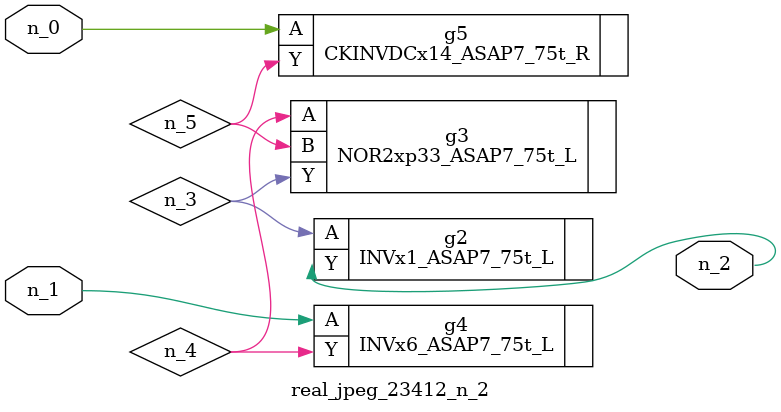
<source format=v>
module real_jpeg_23412_n_2 (n_1, n_0, n_2);

input n_1;
input n_0;

output n_2;

wire n_5;
wire n_4;
wire n_3;

CKINVDCx14_ASAP7_75t_R g5 ( 
.A(n_0),
.Y(n_5)
);

INVx6_ASAP7_75t_L g4 ( 
.A(n_1),
.Y(n_4)
);

INVx1_ASAP7_75t_L g2 ( 
.A(n_3),
.Y(n_2)
);

NOR2xp33_ASAP7_75t_L g3 ( 
.A(n_4),
.B(n_5),
.Y(n_3)
);


endmodule
</source>
